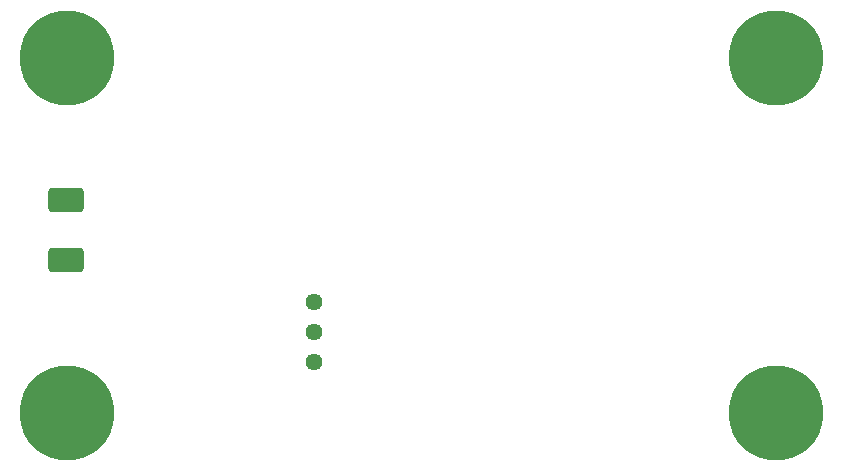
<source format=gbr>
%TF.GenerationSoftware,KiCad,Pcbnew,8.0.5*%
%TF.CreationDate,2024-10-21T04:05:45+03:00*%
%TF.ProjectId,DC36_DC5,44433336-5f44-4433-952e-6b696361645f,rev?*%
%TF.SameCoordinates,Original*%
%TF.FileFunction,Soldermask,Bot*%
%TF.FilePolarity,Negative*%
%FSLAX46Y46*%
G04 Gerber Fmt 4.6, Leading zero omitted, Abs format (unit mm)*
G04 Created by KiCad (PCBNEW 8.0.5) date 2024-10-21 04:05:45*
%MOMM*%
%LPD*%
G01*
G04 APERTURE LIST*
G04 Aperture macros list*
%AMRoundRect*
0 Rectangle with rounded corners*
0 $1 Rounding radius*
0 $2 $3 $4 $5 $6 $7 $8 $9 X,Y pos of 4 corners*
0 Add a 4 corners polygon primitive as box body*
4,1,4,$2,$3,$4,$5,$6,$7,$8,$9,$2,$3,0*
0 Add four circle primitives for the rounded corners*
1,1,$1+$1,$2,$3*
1,1,$1+$1,$4,$5*
1,1,$1+$1,$6,$7*
1,1,$1+$1,$8,$9*
0 Add four rect primitives between the rounded corners*
20,1,$1+$1,$2,$3,$4,$5,0*
20,1,$1+$1,$4,$5,$6,$7,0*
20,1,$1+$1,$6,$7,$8,$9,0*
20,1,$1+$1,$8,$9,$2,$3,0*%
G04 Aperture macros list end*
%ADD10C,0.800000*%
%ADD11C,8.000000*%
%ADD12RoundRect,0.250000X-1.250000X0.755000X-1.250000X-0.755000X1.250000X-0.755000X1.250000X0.755000X0*%
%ADD13C,1.440000*%
G04 APERTURE END LIST*
D10*
%TO.C,H1*%
X90498000Y-80954000D03*
X91310779Y-78991779D03*
X91310779Y-82916221D03*
X93273000Y-78179000D03*
D11*
X93273000Y-80954000D03*
D10*
X93273000Y-83729000D03*
X95235221Y-78991779D03*
X95235221Y-82916221D03*
X96048000Y-80954000D03*
%TD*%
D12*
%TO.C,F1*%
X93173000Y-92954000D03*
X93173000Y-98054000D03*
%TD*%
D11*
%TO.C,H3*%
X153273000Y-80954000D03*
%TD*%
D10*
%TO.C,H2*%
X90498000Y-110954000D03*
X91310779Y-108991779D03*
X91310779Y-112916221D03*
X93273000Y-108179000D03*
D11*
X93273000Y-110954000D03*
D10*
X93273000Y-113729000D03*
X95235221Y-108991779D03*
X95235221Y-112916221D03*
X96048000Y-110954000D03*
%TD*%
D11*
%TO.C,H4*%
X153273000Y-110954000D03*
%TD*%
D13*
%TO.C,RV1*%
X114173000Y-106680000D03*
X114173000Y-104140000D03*
X114173000Y-101600000D03*
%TD*%
M02*

</source>
